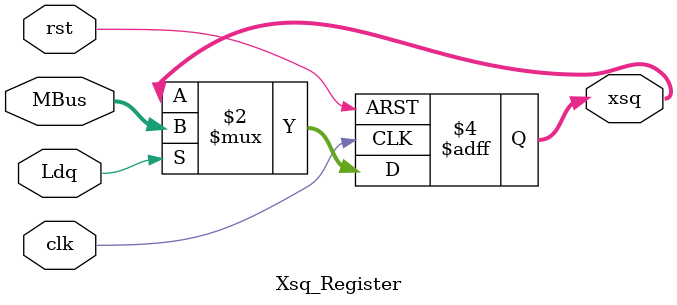
<source format=v>
module Xsq_Register (input [15:0]MBus,input clk,rst,Ldq,output reg [15:0]xsq);
always@(posedge clk,posedge rst)begin
if(rst) xsq<=16'b0;
else if(Ldq) xsq<=MBus;
end

endmodule
</source>
